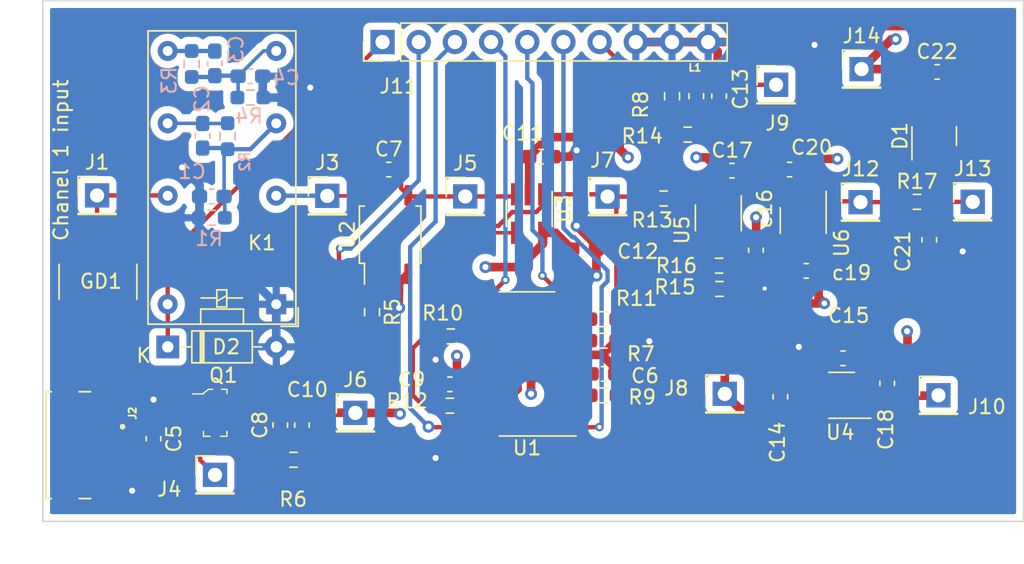
<source format=kicad_pcb>
(kicad_pcb (version 20211014) (generator pcbnew)
  (layers (0 "F.Cu" signal "F.Cu_analog") (1 "In1.Cu" power "In1.Cu_GND") (2 "In2.Cu" power "In2.Cu_Power") (31 "B.Cu" signal "B.Cu_digital") (34 "B.Paste" user) (35 "F.Paste" user) (36 "B.SilkS" user "B.Silkscreen") (37 "F.SilkS" user "F.Silkscreen") (38 "B.Mask" user) (39 "F.Mask" user) (44 "Edge.Cuts" user))
  (net 0 "")
  (net 1 "GND")
  (net 2 "Net-(C1-Pad2)")
  (net 3 "Net-(C2-Pad2)")
  (net 4 "Net-(C3-Pad1)")
  (net 5 "Net-(C3-Pad2)")
  (net 6 "Net-(C5-Pad1)")
  (net 7 "-5V")
  (net 8 "Net-(C7-Pad1)")
  (net 9 "Net-(C7-Pad2)")
  (net 10 "Net-(C8-Pad1)")
  (net 11 "+5V")
  (net 12 "Net-(C13-Pad1)")
  (net 13 "Net-(C21-Pad1)")
  (net 14 "+3.3V")
  (net 15 "Net-(GD1-Pad1)")
  (net 19 "Net-(J7-Pad1)")
  (net 20 "attenuate")
  (net 21 "acdc")
  (net 22 "amp1-1")
  (net 23 "amp1-2.5")
  (net 24 "amp1-5")
  (net 25 "amp1-10")
  (net 26 "pwm")
  (net 27 "Net-(J12-Pad1)")
  (net 28 "Net-(L1-Pad1)")
  (net 29 "Net-(R5-Pad1)")
  (net 30 "Net-(R7-Pad1)")
  (net 31 "Net-(R9-Pad1)")
  (net 32 "Net-(R10-Pad1)")
  (net 33 "Net-(R11-Pad1)")
  (net 34 "Net-(R12-Pad1)")
  (net 35 "Net-(R13-Pad2)")
  (net 36 "Net-(R15-Pad1)")
  (net 37 "Net-(R16-Pad2)")
  (net 39 "Net-(C15-Pad1)")
  (net 40 "Net-(C15-Pad2)")
  (footprint "Capacitor_SMD:C_0603_1608Metric_Pad1.08x0.95mm_HandSolder" (layer "F.Cu") (at 93.6255 78.74)
    (fp_text reference "C12")
    (fp_text value "100n")
  )
  (footprint "Package_SO:SOP-4_3.8x4.1mm_P2.54mm" (layer "F.Cu") (at 80.01 77.724 90)
    (fp_text reference "U2")
    (fp_text value "AQY284SX")
  )
  (footprint "Resistor_SMD:R_0603_1608Metric_Pad0.98x0.95mm_HandSolder" (layer "F.Cu") (at 94.976 85.165)
    (fp_text reference "R7")
    (fp_text value "1K")
  )
  (footprint "Capacitor_SMD:C_0603_1608Metric_Pad1.08x0.95mm_HandSolder" (layer "F.Cu") (at 73.817 91.086 -90)
    (fp_text reference "C10")
    (fp_text value "1m")
  )
  (footprint "Connector_PinHeader_2.54mm:PinHeader_1x01_P2.54mm_Vertical" (layer "F.Cu") (at 95.27 75.05)
    (fp_text reference "J7")
    (fp_text value "T_amp")
  )
  (footprint "Resistor_SMD:R_0603_1608Metric_Pad0.98x0.95mm_HandSolder" (layer "F.Cu") (at 99.2105 75.184)
    (fp_text reference "R13")
    (fp_text value "1K")
  )
  (footprint "Package_TO_SOT_SMD:SOT-23-6_Handsoldering" (layer "F.Cu") (at 109.004 76.73 -90)
    (fp_text reference "U6")
    (fp_text value "OPA863")
  )
  (footprint "Capacitor_SMD:C_0603_1608Metric_Pad1.08x0.95mm_HandSolder" (layer "F.Cu") (at 111.8 86.4 180)
    (fp_text reference "C15")
    (fp_text value "1u")
  )
  (footprint "Connector_PinHeader_2.54mm:PinHeader_1x01_P2.54mm_Vertical" (layer "F.Cu") (at 67.715 94.586)
    (fp_text reference "J4")
    (fp_text value "Conn_01x01")
  )
  (footprint "digikey-footprints:SH90_1" (layer "F.Cu") (at 59.5 81 -90)
    (fp_text reference "GD1")
    (fp_text value "GDT_SH90")
  )
  (footprint "Connector_PinHeader_2.54mm:PinHeader_1x01_P2.54mm_Vertical" (layer "F.Cu") (at 103.5 88.9)
    (fp_text reference "J8")
    (fp_text value "Conn_01x01")
  )
  (footprint "Capacitor_SMD:C_0603_1608Metric_Pad1.08x0.95mm_HandSolder" (layer "F.Cu") (at 105.6865 78.818 90)
    (fp_text reference "c16")
    (fp_text value "100n")
  )
  (footprint "Resistor_SMD:R_0603_1608Metric_Pad0.98x0.95mm_HandSolder" (layer "F.Cu") (at 116.9905 75.42)
    (fp_text reference "R17")
    (fp_text value "100")
  )
  (footprint "Capacitor_SMD:C_0603_1608Metric_Pad1.08x0.95mm_HandSolder" (layer "F.Cu") (at 79.9095 73.152)
    (fp_text reference "C7")
    (fp_text value "47n")
  )
  (footprint "Resistor_SMD:R_0603_1608Metric_Pad0.98x0.95mm_HandSolder" (layer "F.Cu") (at 103.1 79.9)
    (fp_text reference "R16")
    (fp_text value "1K")
  )
  (footprint "Package_TO_SOT_SMD:SOT-23-6_Handsoldering" (layer "F.Cu") (at 111.7 89 180)
    (fp_text reference "U4")
    (fp_text value "LTC1983ES6-5#TRPBF")
  )
  (footprint "Capacitor_SMD:C_0603_1608Metric_Pad1.08x0.95mm_HandSolder" (layer "F.Cu") (at 90.6 72.25 180)
    (fp_text reference "C11")
    (fp_text value "100nF")
  )
  (footprint "Package_TO_SOT_SMD:SOT-23" (layer "F.Cu") (at 118.2 70.8 90)
    (fp_text reference "D1")
    (fp_text value "BAV199DW")
  )
  (footprint "Relay_THT:Relay_DPDT_Omron_G5V-2" (layer "F.Cu") (at 72.0125 82.6075 180)
    (fp_text reference "K1")
    (fp_text value "G5V-2")
  )
  (footprint "Diode_THT:D_DO-35_SOD27_P7.62mm_Horizontal" (layer "F.Cu") (at 64.4 85.6)
    (fp_text reference "D2")
    (fp_text value "1N4148")
  )
  (footprint "Capacitor_SMD:C_0603_1608Metric_Pad1.08x0.95mm_HandSolder" (layer "F.Cu") (at 118.4 66.3)
    (fp_text reference "C22")
    (fp_text value "100n")
  )
  (footprint "Capacitor_SMD:C_0603_1608Metric_Pad1.08x0.95mm_HandSolder" (layer "F.Cu") (at 107.4 89.1 90)
    (fp_text reference "C14")
    (fp_text value "10u")
  )
  (footprint "Capacitor_SMD:C_0603_1608Metric_Pad1.08x0.95mm_HandSolder" (layer "F.Cu") (at 117.856 78.0785 -90)
    (fp_text reference "C21")
    (fp_text value "160p")
  )
  (footprint "Capacitor_SMD:C_0603_1608Metric_Pad1.08x0.95mm_HandSolder" (layer "F.Cu") (at 114.9 88.1625 90)
    (fp_text reference "C18")
    (fp_text value "10u")
  )
  (footprint "Capacitor_SMD:C_0603_1608Metric_Pad1.08x0.95mm_HandSolder" (layer "F.Cu") (at 63.397 92.046 -90)
    (fp_text reference "C5")
    (fp_text value "10u")
  )
  (footprint "Capacitor_SMD:C_0603_1608Metric_Pad1.08x0.95mm_HandSolder" (layer "F.Cu") (at 103.1 68 90)
    (fp_text reference "C13")
    (fp_text value "1u")
  )
  (footprint "Resistor_SMD:R_0603_1608Metric_Pad0.98x0.95mm_HandSolder" (layer "F.Cu") (at 73.227 93.526)
    (fp_text reference "R6")
    (fp_text value "27k")
  )
  (footprint "Connector_PinHeader_2.54mm:PinHeader_1x01_P2.54mm_Vertical" (layer "F.Cu") (at 113.03 75.438)
    (fp_text reference "J12")
    (fp_text value "T_buf")
  )
  (footprint "Resistor_SMD:R_0603_1608Metric_Pad0.98x0.95mm_HandSolder" (layer "F.Cu") (at 99.8 68 90)
    (fp_text reference "R8")
    (fp_text value "6.2")
  )
  (footprint "Package_TO_SOT_SMD:SOT-23-5_HandSoldering" (layer "F.Cu") (at 103.0465 76.544 -90)
    (fp_text reference "U5")
    (fp_text value "LMP7731")
  )
  (footprint "Inductor_SMD:L_0603_1608Metric_Pad1.05x0.95mm_HandSolder" (layer "F.Cu") (at 101.5 68 -90)
    (fp_text reference "L1")
    (fp_text value "10u")
  )
  (footprint "Resistor_SMD:R_0603_1608Metric_Pad0.98x0.95mm_HandSolder" (layer "F.Cu") (at 103.124 81.534)
    (fp_text reference "R15")
    (fp_text value "2k")
  )
  (footprint "Resistor_SMD:R_0603_1608Metric_Pad0.98x0.95mm_HandSolder" (layer "F.Cu") (at 84.2 89.729 180)
    (fp_text reference "R12")
    (fp_text value "9.1K")
  )
  (footprint "digikey-footprints:SOT-23-3" (layer "F.Cu") (at 67.727 90.226)
    (fp_text reference "Q1")
    (fp_text value "IRLML6402TRPBF")
  )
  (footprint "Resistor_SMD:R_0603_1608Metric_Pad0.98x0.95mm_HandSolder" (layer "F.Cu") (at 100.9 70.7 180)
    (fp_text reference "R14")
    (fp_text value "2K")
  )
  (footprint "Resistor_SMD:R_0603_1608Metric_Pad0.98x0.95mm_HandSolder" (layer "F.Cu") (at 78.74 83.1615 -90)
    (fp_text reference "R5")
    (fp_text value "240")
  )
  (footprint "Connector_PinHeader_2.54mm:PinHeader_1x01_P2.54mm_Vertical" (layer "F.Cu") (at 75.6 75)
    (fp_text reference "J3")
    (fp_text value "T_att")
  )
  (footprint "2174507-2:J_SMD_2174507-2-5_7.8_5_2.71" (layer "F.Cu") (at 57.3 92.5 -90)
    (fp_text reference "J2")
    (fp_text value "2174507-2")
  )
  (footprint "Capacitor_SMD:C_0603_1608Metric_Pad1.08x0.95mm_HandSolder" (layer "F.Cu") (at 109.22 80.264)
    (fp_text reference "c19")
    (fp_text value "100n")
  )
  (footprint "Resistor_SMD:R_0603_1608Metric_Pad0.98x0.95mm_HandSolder" (layer "F.Cu") (at 84.266 84.865 180)
    (fp_text reference "R10")
    (fp_text value "3.9K")
  )
  (footprint "Capacitor_SMD:C_0603_1608Metric_Pad1.08x0.95mm_HandSolder" (layer "F.Cu") (at 72.297 91.086 90)
    (fp_text reference "C8")
    (fp_text value "1.5u")
  )
  (footprint "Package_TO_SOT_SMD:SOT-23-5_HandSoldering" (layer "F.Cu") (at 89.77 76.24 -90)
    (fp_text reference "U3")
    (fp_text value "LMP7731")
  )
  (footprint "Connector_PinHeader_2.54mm:PinHeader_1x01_P2.54mm_Vertical" (layer "F.Cu") (at 85.28 75.04)
    (fp_text reference "J5")
    (fp_text value "T_acdc")
  )
  (footprint "Connector_PinHeader_2.54mm:PinHeader_1x01_P2.54mm_Vertical" (layer "F.Cu") (at 59.436 74.97)
    (fp_text reference "J1")
    (fp_text value "Chanel 1 input")
  )
  (footprint "Capacitor_SMD:C_0603_1608Metric_Pad1.08x0.95mm_HandSolder" (layer "F.Cu") (at 108.0505 73.152 180)
    (fp_text reference "C20")
    (fp_text value "100n")
  )
  (footprint "Connector_PinHeader_2.54mm:PinHeader_1x10_P2.54mm_Vertical" (layer "F.Cu") (at 79.475 64.2 90)
    (fp_text reference "J11")
    (fp_text value "GPIO")
  )
  (footprint "Connector_PinHeader_2.54mm:PinHeader_1x01_P2.54mm_Vertical" (layer "F.Cu") (at 118.5 89)
    (fp_text reference "J10")
    (fp_text value "T_N5V")
  )
  (footprint "Resistor_SMD:R_0603_1608Metric_Pad0.98x0.95mm_HandSolder" (layer "F.Cu") (at 94.976 83.655)
    (fp_text reference "R11")
    (fp_text value "1.5K")
  )
  (footprint "Capacitor_SMD:C_0603_1608Metric_Pad1.08x0.95mm_HandSolder" (layer "F.Cu") (at 94.986 87.495)
    (fp_text reference "C6")
    (fp_text value "100n")
  )
  (footprint "Connector_PinHeader_2.54mm:PinHeader_1x01_P2.54mm_Vertical" (layer "F.Cu") (at 113.1 66.1)
    (fp_text reference "J14")
    (fp_text value "+3.3 V")
  )
  (footprint "Connector_PinHeader_2.54mm:PinHeader_1x01_P2.54mm_Vertical" (layer "F.Cu") (at 107.1 67.2)
    (fp_text reference "J9")
    (fp_text value "T_pwm")
  )
  (footprint "Connector_PinHeader_2.54mm:PinHeader_1x01_P2.54mm_Vertical" (layer "F.Cu") (at 77.567 90.236)
    (fp_text reference "J6")
    (fp_text value "T_P5V")
  )
  (footprint "Package_SO:SOIC-16_3.9x9.9mm_P1.27mm" (layer "F.Cu") (at 89.616 86.795 180)
    (fp_text reference "U1")
    (fp_text value "DG412xY")
  )
  (footprint "Connector_PinHeader_2.54mm:PinHeader_1x01_P2.54mm_Vertical" (layer "F.Cu") (at 120.904 75.42)
    (fp_text reference "J13")
    (fp_text value "ADC")
  )
  (footprint "Capacitor_SMD:C_0603_1608Metric_Pad1.08x0.95mm_HandSolder" (layer "F.Cu") (at 104.009 73.23)
    (fp_text reference "C17")
    (fp_text value "100n")
  )
  (footprint "Resistor_SMD:R_0603_1608Metric_Pad0.98x0.95mm_HandSolder" (layer "F.Cu") (at 94.996 89.005)
    (fp_text reference "R9")
    (fp_text value "6.2")
  )
  (footprint "Capacitor_SMD:C_0603_1608Metric_Pad1.08x0.95mm_HandSolder" (layer "F.Cu") (at 84.2 88.229 180)
    (fp_text reference "C9")
    (fp_text value "100n")
  )
  (footprint "Capacitor_SMD:C_0603_1608Metric_Pad1.08x0.95mm_HandSolder" (layer "B.Cu") (at 67.7 65.7 -90)
    (fp_text reference "C3")
    (fp_text value "68p")
  )
  (footprint "Capacitor_SMD:C_0603_1608Metric_Pad1.08x0.95mm_HandSolder" (layer "B.Cu") (at 70.2 66.6)
    (fp_text reference "C4")
    (fp_text value "820p")
  )
  (footprint "Resistor_SMD:R_0603_1608Metric_Pad0.98x0.95mm_HandSolder" (layer "B.Cu") (at 70.2 68.1 180)
    (fp_text reference "R4")
    (fp_text value "68K")
  )
  (footprint "Resistor_SMD:R_0603_1608Metric_Pad0.98x0.95mm_HandSolder" (layer "B.Cu") (at 68.6 70.8125 90)
    (fp_text reference "R2")
    (fp_text value "200k")
  )
  (footprint "Capacitor_SMD:C_0603_1608Metric_Pad1.08x0.95mm_HandSolder" (layer "B.Cu") (at 66.85 70.78 90)
    (fp_text reference "C2")
    (fp_text value "820p")
  )
  (footprint "Resistor_SMD:R_0603_1608Metric_Pad0.98x0.95mm_HandSolder" (layer "B.Cu") (at 66.075 65.7425 90)
    (fp_text reference "R3")
    (fp_text value "820K")
  )
  (footprint "Capacitor_SMD:C_0603_1608Metric_Pad1.08x0.95mm_HandSolder" (layer "B.Cu") (at 67.49 75.04)
    (fp_text reference "C1")
    (fp_text value "200p")
  )
  (footprint "Resistor_SMD:R_0603_1608Metric_Pad0.98x0.95mm_HandSolder" (layer "B.Cu") (at 67.49 76.54)
    (fp_text reference "R1")
    (fp_text value "820K")
  )
  (gr_rect (start 55.626 61.3) (end 124.46 97.852) (layer "Edge.Cuts") (width 0.1) (fill none))
  (segment (start 119.2625 66.3) (end 119.2625 71.625) (width 0.6096) (layer "F.Cu") (net 1))
  (segment (start 117.4762 63.0762) (end 111.1238 63.0762) (width 0.6096) (layer "F.Cu") (net 1))
  (segment (start 94.488 78.74) (end 94.488 78.488) (width 0.6096) (layer "F.Cu") (net 1))
  (segment (start 66.677 89.276) (end 63.624 89.276) (width 0.6096) (layer "F.Cu") (net 1))
  (segment (start 97.255 64.2) (end 99.795 64.2) (width 0.6096) (layer "F.Cu") (net 1))
  (segment (start 63.556 89.256) (end 63.6 89.3) (width 0.6096) (layer "F.Cu") (net 1))
  (segment (start 106.466 81.534) (end 106.5 81.5) (width 0.6096) (layer "F.Cu") (net 1))
  (segment (start 59.75 95.7) (end 59.75 94.0798) (width 0.6096) (layer "F.Cu") (net 1))
  (segment (start 114.9 85.2) (end 114.1 84.4) (width 0.6096) (layer "F.Cu") (net 1))
  (segment (start 108.4229 88.2375) (end 108.7 88.5146) (width 0.6096) (layer "F.Cu") (net 1))
  (segment (start 105.6865 80.6865) (end 106.5 81.5) (width 0.6096) (layer "F.Cu") (net 1))
  (segment (start 83.074 93.526) (end 83.2 93.4) (width 0.6096) (layer "F.Cu") (net 1))
  (segment (start 107.4 88.2375) (end 108.4229 88.2375) (width 0.6096) (layer "F.Cu") (net 1))
  (segment (start 59.525 95.925) (end 59.75 95.7) (width 0.6096) (layer "F.Cu") (net 1))
  (segment (start 81.28 80.474) (end 80.6427 81.1113) (width 0.6096) (layer "F.Cu") (net 1))
  (segment (start 59.75 89.3) (end 57.525 89.3) (width 0.6096) (layer "F.Cu") (net 1))
  (segment (start 120.159 78.941) (end 120.2 78.9) (width 0.6096) (layer "F.Cu") (net 1))
  (segment (start 106.3 81.5) (end 106.466 81.534) (width 0.6096) (layer "F.Cu") (net 1))
  (segment (start 114.9 87.3) (end 114.9 85.2) (width 0.6096) (layer "F.Cu") (net 1))
  (segment (start 57.3 95.925) (end 59.525 95.925) (width 0.6096) (layer "F.Cu") (net 1))
  (segment (start 109.6 64.2) (end 109.8 64.4) (width 0.6096) (layer "F.Cu") (net 1))
  (segment (start 107.188 73.152) (end 107.188 71.612) (width 0.6096) (layer "F.Cu") (net 1))
  (segment (start 114.1 84.4) (end 109.9 84.4) (width 0.6096) (layer "F.Cu") (net 1))
  (segment (start 63.624 89.276) (end 63.6 89.3) (width 0.6096) (layer "F.Cu") (net 1))
  (segment (start 106.5 81.5) (end 107.1215 81.5) (width 0.6096) (layer "F.Cu") (net 1))
  (segment (start 109.1854 89) (end 108.7 88.5146) (width 0.6096) (layer "F.Cu") (net 1))
  (segment (start 104.0365 81.534) (end 106.3 81.5) (width 0.6096) (layer "F.Cu") (net 1))
  (segment (start 103 64.865) (end 102.335 64.2) (width 0.6096) (layer "F.Cu") (net 1))
  (segment (start 59.75 95.7) (end 61.9 95.7) (width 0.6096) (layer "F.Cu") (net 1))
  (segment (start 104.8715 73.23) (end 107.11 73.23) (width 0.6096) (layer "F.Cu") (net 1))
  (segment (start 83.3375 88.229) (end 83.3375 86.6375) (width 0.6096) (layer "F.Cu") (net 1))
  (segment (start 80.6 82.9) (end 80.6427 82.8573) (width 0.6096) (layer "F.Cu") (net 1))
  (segment (start 103 64.865) (end 103 67.0375) (width 0.6096) (layer "F.Cu") (net 1))
  (segment (start 63.397 94.203) (end 61.9 95.7) (width 0.6096) (layer "F.Cu") (net 1))
  (segment (start 119.2625 64.8625) (end 117.4762 63.0762) (width 0.6096) (layer "F.Cu") (net 1))
  (segment (start 63.397 92.9085) (end 63.397 94.203) (width 0.6096) (layer "F.Cu") (net 1))
  (segment (start 98.065 85.165) (end 98.2 85.2) (width 0.6096) (layer "F.Cu") (net 1))
  (segment (start 73.817 93.2035) (end 74.1395 93.526) (width 0.6096) (layer "F.Cu") (net 1))
  (segment (start 57.525 89.3) (end 57.3 89.075) (width 0.6096) (layer "F.Cu") (net 1))
  (segment (start 110.35 89) (end 109.1854 89) (width 0.6096) (layer "F.Cu") (net 1))
  (segment (start 95.8885 85.165) (end 98.065 85.165) (width 0.6096) (layer "F.Cu") (net 1))
  (segment (start 103 67.0375) (end 103.1 67.1375) (width 0.6096) (layer "F.Cu") (net 1))
  (segment (start 73.817 91.9485) (end 73.817 93.2035) (width 0.6096) (layer "F.Cu") (net 1))
  (segment (start 111.1238 63.0762) (end 109.8 64.4) (width 0.6096) (layer "F.Cu") (net 1))
  (segment (start 92.65 72.25) (end 93.1 71.8) (width 0.6096) (layer "F.Cu") (net 1))
  (segment (start 57.3 89.075) (end 57.3 91.3) (width 0.6096) (layer "F.Cu") (net 1))
  (segment (start 109.8 69) (end 109.8 64.4) (width 0.6096) (layer "F.Cu") (net 1))
  (segment (start 59.5 83.1) (end 59.5 89.05) (width 0.6096) (layer "F.Cu") (net 1))
  (segment (start 99.795 64.2) (end 102.335 64.2) (width 0.6096) (layer "F.Cu") (net 1))
  (segment (start 95.8485 87.115) (end 94.8935 86.16) (width 0.6096) (layer "F.Cu") (net 1))
  (segment (start 117.856 78.941) (end 120.159 78.941) (width 0.6096) (layer "F.Cu") (net 1))
  (segment (start 59.5 89.05) (end 59.75 89.3) (width 0.6096) (layer "F.Cu") (net 1))
  (segment (start 109.9 84.4) (end 108.7 85.6) (width 0.6096) (layer "F.Cu") (net 1))
  (segment (start 74.1395 93.526) (end 83.074 93.526) (width 0.6096) (layer "F.Cu") (net 1))
  (segment (start 102.335 64.2) (end 109.6 64.2) (width 0.6096) (layer "F.Cu") (net 1))
  (segment (start 107.188 71.612) (end 107.2 71.6) (width 0.6096) (layer "F.Cu") (net 1))
  (segment (start 98.2 85.2) (end 98.1 85.2) (width 0.6096) (layer "F.Cu") (net 1))
  (segment (start 107.1215 81.5) (end 108.3575 80.264) (width 0.6096) (layer "F.Cu") (net 1))
  (segment (start 119.2625 66.3) (end 119.2625 64.8625) (width 0.6096) (layer "F.Cu") (net 1))
  (segment (start 94.488 78.74) (end 94.488 80.588) (width 0.6096) (layer "F.Cu") (net 1))
  (segment (start 94.8935 86.16) (end 95.8885 85.165) (width 0.6096) (layer "F.Cu") (net 1))
  (segment (start 108.7 88.5146) (end 108.7 85.6) (width 0.6096) (layer "F.Cu") (net 1))
  (segment (start 91.4625 72.25) (end 92.65 72.25) (width 0.6096) (layer "F.Cu") (net 1))
  (segment (start 94.488 80.588) (end 94.5 80.6) (width 0.6096) (layer "F.Cu") (net 1))
  (segment (start 63.4 89.3) (end 63.556 89.256) (width 0.6096) (layer "F.Cu") (net 1))
  (segment (start 105.6865 79.6805) (end 105.6865 80.6865) (width 0.6096) (layer "F.Cu") (net 1))
  (segment (start 57.3 91.3) (end 57.3 93.7) (width 0.6096) (layer "F.Cu") (net 1))
  (segment (start 80.6427 81.1113) (end 80.6 82.9) (width 0.6096) (layer "F.Cu") (net 1))
  (segment (start 92.091 86.16) (end 94.8935 86.16) (width 0.6096) (layer "F.Cu") (net 1))
  (segment (start 107.2 71.6) (end 109.8 69) (width 0.6096) (layer "F.Cu") (net 1))
  (segment (start 83.3375 86.6375) (end 83.2 86.5) (width 0.6096) (layer "F.Cu") (net 1))
  (segment (start 94.488 78.488) (end 93.1 77.1) (width 0.6096) (layer "F.Cu") (net 1))
  (segment (start 57.3 93.7) (end 57.3 95.925) (width 0.6096) (layer "F.Cu") (net 1))
  (segment (start 119.2625 71.625) (end 119.15 71.7375) (width 0.6096) (layer "F.Cu") (net 1))
  (segment (start 95.8485 87.495) (end 95.8485 87.115) (width 0.6096) (layer "F.Cu") (net 1))
  (segment (start 107.11 73.23) (end 107.188 73.152) (width 0.6096) (layer "F.Cu") (net 1))
  (via (at 80.6427 82.8573) (size 0.838) (drill 0.432) (layers "F.Cu" "B.Cu") (net 1))
  (via (at 98.2 85.2) (size 0.838) (drill 0.432) (layers "F.Cu" "B.Cu") (net 1))
  (via (at 61.9 95.7) (size 0.838) (drill 0.432) (layers "F.Cu" "B.Cu") (net 1))
  (via (at 74.4 67.4) (size 0.838) (drill 0.432) (layers "F.Cu" "B.Cu") (net 1))
  (via (at 83.2 93.4) (size 0.838) (drill 0.432) (layers "F.Cu" "B.Cu") (net 1))
  (via (at 93.1 71.8) (size 0.838) (drill 0.432) (layers "F.Cu" "B.Cu") (net 1))
  (via (at 83.2 86.5) (size 0.838) (drill 0.432) (layers "F.Cu" "B.Cu") (net 1))
  (via (at 94.5 80.6) (size 0.838) (drill 0.432) (layers "F.Cu" "B.Cu") (net 1))
  (via (at 65.4 73) (size 0.838) (drill 0.432) (layers "F.Cu" "B.Cu") (net 1))
  (via (at 93.1 77.1) (size 0.838) (drill 0.432) (layers "F.Cu" "B.Cu") (net 1))
  (via (at 108.7 85.6) (size 0.838) (drill 0.432) (layers "F.Cu" "B.Cu") (net 1))
  (via (at 120.2 78.9) (size 0.838) (drill 0.432) (layers "F.Cu" "B.Cu") (net 1))
  (via (at 63.4 89.3) (size 0.838) (drill 0.432) (layers "F.Cu" "B.Cu") (net 1))
  (via (at 106.3 81.5) (size 0.6) (drill 0.3) (layers "F.Cu" "B.Cu") (net 1))
  (via (at 109.8 64.4) (size 0.838) (drill 0.432) (layers "F.Cu" "B.Cu") (net 1))
  (segment (start 66.6275 75.04) (end 66.6275 76.49) (width 0.6096) (layer "B.Cu") (net 1))
  (segment (start 66.5775 76.54) (end 66.5775 77.1725) (width 0.6096) (layer "B.Cu") (net 1))
  (segment (start 74.4 67.4) (end 74.1 67.4) (width 0.6096) (layer "B.Cu") (net 1))
  (segment (start 71.0625 68.05) (end 71.1125 68.1) (width 0.6096) (layer "B.Cu") (net 1))
  (segment (start 72.0125 82.6075) (end 72.0125 85.5925) (width 0.6096) (layer "B.Cu") (net 1))
  (segment (start 66.6275 74.2275) (end 65.4 73) (width 0.6096) (layer "B.Cu") (net 1))
  (segment (start 66.5775 77.1725) (end 72.0125 82.6075) (width 0.6096) (layer "B.Cu") (net 1))
  (segment (start 74.1 67.4) (end 73.4 68.1) (width 0.6096) (layer "B.Cu") (net 1))
  (segment (start 71.0625 66.6) (end 71.0625 68.05) (width 0.6096) (layer "B.Cu") (net 1))
  (segment (start 72.0125 85.5925) (end 72.02 85.6) (width 0.6096) (layer "B.Cu") (net 1))
  (segment (start 71.1125 68.1) (end 73.4 68.1) (width 0.6096) (layer "B.Cu") (net 1))
  (segment (start 66.6275 75.04) (end 66.6275 74.2275) (width 0.6096) (layer "B.Cu") (net 1))
  (segment (start 66.6275 76.49) (end 66.5775 76.54) (width 0.6096) (layer "B.Cu") (net 1))
  (segment (start 70.195 71.725) (end 72.0125 69.9075) (width 0.305) (layer "B.Cu") (net 2))
  (segment (start 68.3525 71.9725) (end 68.6 71.725) (width 0.25) (layer "B.Cu") (net 2))
  (segment (start 68.5175 71.6425) (end 68.6 71.725) (width 0.305) (layer "B.Cu") (net 2))
  (segment (start 68.3525 75.04) (end 68.3525 71.9725) (width 0.25) (layer "B.Cu") (net 2))
  (segment (start 66.85 71.6425) (end 68.5175 71.6425) (width 0.305) (layer "B.Cu") (net 2))
  (segment (start 68.4025 76.54) (end 68.4025 75.09) (width 0.25) (layer "B.Cu") (net 2))
  (segment (start 68.6 71.725) (end 70.195 71.725) (width 0.305) (layer "B.Cu") (net 2))
  (segment (start 64.3925 69.9075) (end 66.84 69.9075) (width 0.25) (layer "B.Cu") (net 3))
  (segment (start 66.84 69.9075) (end 66.85 69.9175) (width 0.25) (layer "B.Cu") (net 3))
  (segment (start 68.5825 69.9175) (end 68.6 69.9) (width 0.25) (layer "B.Cu") (net 3))
  (segment (start 66.85 69.9175) (end 68.5825 69.9175) (width 0.25) (layer "B.Cu") (net 3))
  (segment (start 67.6925 64.83) (end 67.7 64.8375) (width 0.305) (layer "B.Cu") (net 4))
  (segment (start 66.075 64.83) (end 67.6925 64.83) (width 0.305) (layer "B.Cu") (net 4))
  (segment (start 66.0725 64.8275) (end 66.075 64.83) (width 0.305) (layer "B.Cu") (net 4))
  (segment (start 64.3925 64.8275) (end 66.0725 64.8275) (width 0.305) (layer "B.Cu") (net 4))
  (segment (start 67.6075 66.655) (end 67.7 66.5625) (width 0.305) (layer "B.Cu") (net 5))
  (segment (start 66.075 66.655) (end 67.6075 66.655) (width 0.305) (layer "B.Cu") (net 5))
  (segment (start 67.7 66.5625) (end 69.3 66.5625) (width 0.305) (layer "B.Cu") (net 5))
  (segment (start 69.3375 66.6) (end 69.3375 68.05) (width 0.25) (layer "B.Cu") (net 5))
  (segment (start 71.11 64.8275) (end 72.0125 64.8275) (width 0.25) (layer "B.Cu") (net 5))
  (segment (start 69.3375 66.6) (end 71.11 64.8275) (width 0.25) (layer "B.Cu") (net 5))
  (segment (start 69.3375 68.05) (end 69.2875 68.1) (width 0.25) (layer "B.Cu") (net 5))
  (segment (start 66.677 93.548) (end 67.715 94.586) (width 0.305) (layer "F.Cu") (net 6))
  (segment (start 59.737 91.156) (end 63.3695 91.156) (width 0.305) (layer "F.Cu") (net 6))
  (segment (start 63.397 91.1835) (end 63.4045 91.176) (width 0.305) (layer "F.Cu") (net 6))
  (segment (start 63.4045 91.176) (end 66.677 91.176) (width 0.305) (layer "F.Cu") (net 6))
  (segment (start 63.3695 91.156) (end 63.397 91.1835) (width 0.305) (layer "F.Cu") (net 6))
  (segment (start 66.677 91.176) (end 66.677 93.548) (width 0.305) (layer "F.Cu") (net 6))
  (segment (start 118.475 89.025) (end 118.5 89) (width 0.6096) (layer "F.Cu") (net 7))
  (segment (start 108.913 73.152) (end 109.665 72.4) (width 0.6096) (layer "F.Cu") (net 7))
  (segment (start 89.77 72.2825) (end 89.7375 72.25) (width 0.6096) (layer "F.Cu") (net 7))
  (segment (start 96.7 72.3) (end 96.1238 71.7238) (width 0.6096) (layer "F.Cu") (net 7))
  (segment (start 94.0585 87.43) (end 94.1235 87.495) (width 0.6096) (layer "F.Cu") (net 7))
  (segment (start 116.325 89.025) (end 118.475 89.025) (width 0.6096) (layer "F.Cu") (net 7))
  (segment (start 114.9 89.025) (end 116.325 89.025) (width 0.6096) (layer "F.Cu") (net 7))
  (segment (start 116.325 89.025) (end 116.325 84.525) (width 0.6096) (layer "F.Cu") (net 7))
  (segment (start 103.1465 73.23) (end 102.2165 72.3) (width 0.6096) (layer "F.Cu") (net 7))
  (segment (start 116.325 84.525) (end 116.3 84.5) (width 0.6096) (layer "F.Cu") (net 7))
  (segment (start 92.091 87.43) (end 94.0585 87.43) (width 0.6096) (layer "F.Cu") (net 7))
  (segment (start 113.05 89) (end 114.875 89) (width 0.6096) (layer "F.Cu") (net 7))
  (segment (start 109.665 72.4) (end 111.4 72.4) (width 0.6096) (layer "F.Cu") (net 7))
  (segment (start 91.1113 70.8762) (end 96.1238 70.8762) (width 0.6096) (layer "F.Cu") (net 7))
  (segment (start 109.004 75.38) (end 109.004 73.243) (width 0.6096) (layer "F.Cu") (net 7))
  (segment (start 103.0465 73.33) (end 103.1465 73.23) (width 0.6096) (layer "F.Cu") (net 7))
  (segment (start 96.1238 71.7238) (end 96.1238 70.8762) (width 0.6096) (layer "F.Cu") (net 7))
  (segment (start 103.0465 75.194) (end 103.0465 73.33) (width 0.6096) (layer "F.Cu") (net 7))
  (segment (start 102.2165 72.3) (end 101.5 72.3) (width 0.6096) (layer "F.Cu") (net 7))
  (segment (start 114.875 89) (end 114.9 89.025) (width 0.6096) (layer "F.Cu") (net 7))
  (segment (start 90.47 87.43) (end 89.9 88) (width 0.6096) (layer "F.Cu") (net 7))
  (segment (start 92.091 87.43) (end 90.47 87.43) (width 0.6096) (layer "F.Cu") (net 7))
  (segment (start 109.004 73.243) (end 108.913 73.152) (width 0.6096) (layer "F.Cu") (net 7))
  (segment (start 89.9 88) (end 89.9 88.9) (width 0.6096) (layer "F.Cu") (net 7))
  (segment (start 89.77 74.89) (end 89.77 72.2825) (width 0.6096) (layer "F.Cu") (net 7))
  (segment (start 89.7375 72.25) (end 91.1113 70.8762) (width 0.6096) (layer "F.Cu") (net 7))
  (via (at 116.3 84.5) (size 0.838) (drill 0.432) (layers "F.Cu" "B.Cu") (net 7))
  (via (at 101.5 72.3) (size 0.838) (drill 0.432) (layers "F.Cu" "B.Cu") (net 7))
  (via (at 89.9 88.9) (size 0.838) (drill 0.432) (layers "F.Cu" "B.Cu") (net 7))
  (via (at 111.4 72.4) (size 0.838) (drill 0.432) (layers "F.Cu" "B.Cu") (net 7))
  (via (at 96.7 72.3) (size 0.838) (drill 0.432) (layers "F.Cu" "B.Cu") (net 7))
  (segment (start 78.714 75) (end 75.6 75) (width 0.25) (layer "F.Cu") (net 8))
  (segment (start 78.74 73.459) (end 79.047 73.152) (width 0.25) (layer "F.Cu") (net 8))
  (segment (start 78.74 74.974) (end 78.714 75) (width 0.25) (layer "F.Cu") (net 8))
  (segment (start 78.74 74.974) (end 78.74 73.459) (width 0.25) (layer "F.Cu") (net 8))
  (segment (start 75.5875 74.9875) (end 75.6 75) (width 0.305) (layer "B.Cu") (net 8))
  (segment (start 72.0125 74.9875) (end 75.5875 74.9875) (width 0.305) (layer "B.Cu") (net 8))
  (segment (start 80.772 73.152) (end 80.772 74.466) (width 0.305) (layer "F.Cu") (net 9))
  (segment (start 81.346 75.04) (end 85.28 75.04) (width 0.305) (layer "F.Cu") (net 9))
  (segment (start 85.28 75.04) (end 88.67 75.04) (width 0.305) (layer "F.Cu") (net 9))
  (segment (start 88.67 75.04) (end 88.82 74.89) (width 0.305) (layer "F.Cu") (net 9))
  (segment (start 80.772 74.466) (end 81.28 74.974) (width 0.305) (layer "F.Cu") (net 9))
  (segment (start 72.297 91.9485) (end 72.297 93.5085) (width 0.305) (layer "F.Cu") (net 10))
  (segment (start 72.297 93.5085) (end 72.3145 93.526) (width 0.305) (layer "F.Cu") (net 10))
  (segment (start 105.7 77.942) (end 105.7 76.5) (width 0.6096) (layer "F.Cu") (net 11))
  (segment (start 72.2945 90.226) (end 72.297 90.2235) (width 0.6096) (layer "F.Cu") (net 11))
  (segment (start 105.625 77.894) (end 105.6865 77.9555) (width 0.6096) (layer "F.Cu") (net 11))
  (segment (start 90.72 78.38) (end 89.1 80) (width 0.6096) (layer "F.Cu") (net 11))
  (segment (start 107.45 82.55) (end 110.49 82.55) (width 0.6096) (layer "F.Cu") (net 11))
  (segment (start 77.567 90.236) (end 80.636 90.236) (width 0.6096) (layer "F.Cu") (net 11))
  (segment (start 84.7 86.229) (end 84.7 87.8665) (width 0.6096) (layer "F.Cu") (net 11))
  (segment (start 91.613 77.59) (end 92.763 78.74) (width 0.6096) (layer "F.Cu") (net 11))
  (segment (start 110.3375 89.9625) (end 110.35 89.95) (width 0.6096) (layer "F.Cu") (net 11))
  (segment (start 90.72 77.59) (end 90.72 78.38) (width 0.6096) (layer "F.Cu") (net 11))
  (segment (start 85.0625 88.229) (end 85.8615 87.43) (width 0.6096) (layer "F.Cu") (net 11))
  (segment (start 104.5625 89.9625) (end 103.5 88.9) (width 0.6096) (layer "F.Cu") (net 11))
  (segment (start 84.7 87.8665) (end 85.0625 88.229) (width 0.6096) (layer "F.Cu") (net 11))
  (segment (start 103.5 86.5) (end 107.45 82.55) (width 0.6096) (layer "F.Cu") (net 11))
  (segment (start 85.8615 87.43) (end 87.141 87.43) (width 0.6096) (layer "F.Cu") (net 11))
  (segment (start 107.4 89.9625) (end 110.3375 89.9625) (width 0.6096) (layer "F.Cu") (net 11))
  (segment (start 77.5545 90.2235) (end 77.567 90.236) (width 0.6096) (layer "F.Cu") (net 11))
  (segment (start 110.0825 80.264) (end 110.0825 82.1425) (width 0.6096) (layer "F.Cu") (net 11))
  (segment (start 73.817 90.2235) (end 77.5545 90.2235) (width 0.6096) (layer "F.Cu") (net 11))
  (segment (start 103.5 88.9) (end 103.5 86.5) (width 0.6096) (layer "F.Cu") (net 11))
  (segment (start 80.636 90.236) (end 80.7 90.3) (width 0.6096) (layer "F.Cu") (net 11))
  (segment (start 110.35 89.95) (end 113.05 89.95) (width 0.6096) (layer "F.Cu") (net 11))
  (segment (start 90.72 77.59) (end 91.613 77.59) (width 0.6096) (layer "F.Cu") (net 11))
  (segment (start 105.6865 77.9555) (end 105.7 77.942) (width 0.6096) (layer "F.Cu") (net 11))
  (segment (start 110.0825 82.1425) (end 110.49 82.55) (width 0.6096) (layer "F.Cu") (net 11))
  (segment (start 68.777 90.226) (end 72.2945 90.226) (width 0.6096) (layer "F.Cu") (net 11))
  (segment (start 103.9965 77.894) (end 105.625 77.894) (width 0.6096) (layer "F.Cu") (net 11))
  (segment (start 110.0825 80.264) (end 110.0825 78.2085) (width 0.6096) (layer "F.Cu") (net 11))
  (segment (start 89.1 80) (end 86.7 80) (width 0.6096) (layer "F.Cu") (net 11))
  (segment (start 109.004 78.08) (end 109.954 78.08) (width 0.6096) (layer "F.Cu") (net 11))
  (segment (start 72.297 90.2235) (end 73.817 90.2235) (width 0.6096) (layer "F.Cu") (net 11))
  (segment (start 110.0825 78.2085) (end 109.954 78.08) (width 0.6096) (layer "F.Cu") (net 11))
  (segment (start 107.4 89.9625) (end 104.5625 89.9625) (width 0.6096) (layer "F.Cu") (net 11))
  (via (at 105.7 76.5) (size 0.838) (drill 0.432) (layers "F.Cu" "B.Cu") (net 11))
  (via (at 110.49 82.55) (size 0.8) (drill 0.4) (layers "F.Cu" "B.Cu") (net 11))
  (via (at 86.7 80) (size 0.838) (drill 0.432) (layers "F.Cu" "B.Cu") (net 11))
  (via (at 80.7 90.3) (size 0.838) (drill 0.432) (layers "F.Cu" "B.Cu") (net 11))
  (via (at 84.7 86.229) (size 0.838) (drill 0.432) (layers "F.Cu" "B.Cu") (net 11))
  (segment (start 103.1 68.8625) (end 104.7625 67.2) (width 0.305) (layer "F.Cu") (net 12))
  (segment (start 101.5125 68.8625) (end 101.5 68.875) (width 0.305) (layer "F.Cu") (net 12))
  (segment (start 101.8125 70.7) (end 101.8125 69.1875) (width 0.305) (layer "F.Cu") (net 12))
  (segment (start 101.8125 69.1875) (end 101.5 68.875) (width 0.305) (layer "F.Cu") (net 12))
  (segment (start 103.1 68.8625) (end 101.5125 68.8625) (width 0.305) (layer "F.Cu") (net 12))
  (segment (start 104.7625 67.2) (end 107.1 67.2) (width 0.305) (layer "F.Cu") (net 12))
  (segment (start 117.903 75.42) (end 117.903 70.1595) (width 0.305) (layer "F.Cu") (net 13))
  (segment (start 117.903 70.1595) (end 118.2 69.8625) (width 0.305) (layer "F.Cu") (net 13))
  (segment (start 117.903 77.169) (end 117.856 77.216) (width 0.305) (layer "F.Cu") (net 13))
  (segment (start 117.903 75.42) (end 120.904 75.42) (width 0.305) (layer "F.Cu") (net 13))
  (segment (start 117.903 75.42) (end 117.903 77.169) (width 0.305) (layer "F.Cu") (net 13))
  (segment (start 113.1 66.1) (end 115.2 64) (width 0.6096) (layer "F.Cu") (net 14))
  (segment (start 117.5375 66.3) (end 115.7 68.1375) (width 0.6096) (layer "F.Cu") (net 14))
  (segment (start 115.7 68.1375) (end 115.7 70.4) (width 0.6096) (layer "F.Cu") (net 14))
  (segment (start 117.0375 71.7375) (end 117.2457 71.7375) (width 0.6096) (layer "F.Cu") (net 14))
  (segment (start 115.2 64) (end 115.5 64) (width 0.6096) (layer "F.Cu") (net 14))
  (segment (start 115.7 70.4) (end 117.0375 71.7375) (width 0.6096) (layer "F.Cu") (net 14))
  (segment (start 113.1 66.1) (end 117.3375 66.1) (width 0.6096) (layer "F.Cu") (net 14))
  (segment (start 117.3375 66.1) (end 117.5375 66.3) (width 0.6096) (layer "F.Cu") (net 14))
  (via (at 115.5 64) (size 0.838) (drill 0.432) (layers "F.Cu" "B.Cu") (net 14))
  (segment (start 64.375 74.97) (end 64.3925 74.9875) (width 0.305) (layer "F.Cu") (net 15))
  (segment (start 59.436 78.8958) (end 59.5 78.9598) (width 0.305) (layer "F.Cu") (net 15))
  (segment (start 59.436 74.97) (end 64.375 74.97) (width 0.305) (layer "F.Cu") (net 15))
  (segment (start 59.436 74.97) (end 59.436 78.8958) (width 0.305) (layer "F.Cu") (net 15))
  (segment (start 99.4 88) (end 98.395 89.005) (width 0.305) (layer "F.Cu") (net 19))
  (segment (start 82.435 84.865) (end 83.3535 84.865) (width 0.305) (layer "F.Cu") (net 19))
  (segment (start 90.265 76.135) (end 88.5775 76.135) (width 0.305) (layer "F.Cu") (net 19))
  (segment (start 87.6 77.1125) (end 84.6875 77.1125) (width 0.305) (layer "F.Cu") (net 19))
  (segment (start 90.72 74.89) (end 90.72 75.68) (width 0.305) (layer "F.Cu") (net 19))
  (segment (start 81.6 89) (end 81.6 85.7) (width 0.305) (layer "F.Cu") (net 19))
  (segment (start 83.3535 78.4465) (end 84.6875 77.1125) (width 0.305) (layer "F.Cu") (net 19))
  (segment (start 98.395 89.005) (end 95.9085 89.005) (width 0.305) (layer "F.Cu") (net 19))
  (segment (start 99.4 84.4) (end 99.4 88) (width 0.305) (layer "F.Cu") (net 19))
  (segment (start 82.329 89.729) (end 81.6 89) (width 0.305) (layer "F.Cu") (net 19))
  (segment (start 88.5775 76.135) (end 87.6 77.1125) (width 0.305) (layer "F.Cu") (net 19))
  (segment (start 98.4 83.4) (end 99.4 84.4) (width 0.305) (layer "F.Cu") (net 19))
  (segment (start 83.3535 84.865) (end 83.3535 78.4465) (width 0.305) (layer "F.Cu") (net 19))
  (segment (start 98.164 75.05) (end 98.298 75.184) (width 0.305) (layer "F.Cu") (net 19))
  (segment (start 95.27 75.05) (end 98.164 75.05) (width 0.305) (layer "F.Cu") (net 19))
  (segment (start 96.1435 83.4) (end 98.4 83.4) (width 0.305) (layer "F.Cu") (net 19))
  (segment (start 90.72 74.89) (end 95.11 74.89) (width 0.305) (layer "F.Cu") (net 19))
  (segment (start 95.27 75.05) (end 95.8885 75.6685) (width 0.305) (layer "F.Cu") (net 19))
  (segment (start 90.72 75.68) (end 90.265 76.135) (width 0.305) (layer "F.Cu") (net 19))
  (segment (start 95.11 74.89) (end 95.27 75.05) (width 0.305) (layer "F.Cu") (net 19))
  (segment (start 81.6 85.7) (end 82.435 84.865) (width 0.305) (layer "F.Cu") (net 19))
  (segment (start 83.2875 89.729) (end 82.329 89.729) (width 0.305) (layer "F.Cu") (net 19))
  (segment (start 95.8885 75.6685) (end 95.8885 83.655) (width 0.305) (layer "F.Cu") (net 19))
  (segment (start 95.8885 83.655) (end 96.1435 83.4) (width 0.305) (layer "F.Cu") (net 19))
  (segment (start 64.4 85.6) (end 64.4 82.615) (width 0.305) (layer "F.Cu") (net 20))
  (segment (start 64.3925 79.2825) (end 79.475 64.2) (width 0.305) (layer "F.Cu") (net 20))
  (segment (start 64.4 82.615) (end 64.3925 82.6075) (width 0.305) (layer "F.Cu") (net 20))
  (segment (start 64.3925 82.6075) (end 64.3925 79.2825) (width 0.305) (layer "F.Cu") (net 20))
  (segment (start 76.5 81.834) (end 76.4 78.8) (width 0.305) (layer "F.Cu") (net 21))
  (segment (start 78.74 84.074) (end 76.5 81.834) (width 0.305) (layer "F.Cu") (net 21))
  (segment (start 76.4 78.8) (end 76.5 78.7) (width 0.305) (layer "F.Cu") (net 21))
  (via (at 76.5 78.7) (size 0.6) (drill 0.3) (layers "F.Cu" "B.Cu") (net 21))
  (segment (start 77.23 78.7) (end 82.015 73.915) (width 0.305) (layer "B.Cu") (net 21))
  (segment (start 76.5 78.7) (end 77.23 78.7) (width 0.305) (layer "B.Cu") (net 21))
  (segment (start 82.015 64.2) (end 82.015 73.915) (width 0.305) (layer "B.Cu") (net 21))
  (segment (start 94.689 91.24) (end 94.7 91.229) (width 0.305) (layer "F.Cu") (net 22))
  (segment (start 92.091 91.24) (end 94.689 91.24) (width 0.305) (layer "F.Cu") (net 22))
  (via (at 94.7 91.229) (size 0.6) (drill 0.3) (layers "F.Cu" "B.Cu") (net 22))
  (segment (start 94.7 91.229) (end 94.8525 91.0765) (width 0.305) (layer "B.Cu") (net 22))
  (segment (start 92.801845 77.892911) (end 92.175 77.266066) (width 0.305) (layer "B.Cu") (net 22))
  (segment (start 94.8525 81.404434) (end 95.2715 80.985434) (width 0.305) (layer "B.Cu") (net 22))
  (segment (start 94.8525 91.0765) (end 94.8525 81.404434) (width 0.305) (layer "B.Cu") (net 22))
  (segment (start 92.915686 77.892911) (end 92.801845 77.892911) (width 0.305) (layer "B.Cu") (net 22))
  (segment (start 95.2715 80.985434) (end 95.2715 80.248724) (width 0.305) (layer "B.Cu") (net 22))
  (segment (start 92.175 77.266066) (end 92.175 64.2) (width 0.305) (layer "B.Cu") (net 22))
  (segment (start 95.2715 80.248724) (end 92.915686 77.892911) (width 0.305) (layer "B.Cu") (net 22))
  (segment (start 92.091 81.991) (end 92.091 82.35) (width 0.305) (layer "F.Cu") (net 23))
  (segment (start 90.7 80.6) (end 92.091 81.991) (width 0.305) (layer "F.Cu") (net 23))
  (via (at 90.7 80.6) (size 0.6) (drill 0.3) (layers "F.Cu" "B.Cu") (net 23))
  (segment (start 90.7 80.6) (end 90.7 78.1) (width 0.305) (layer "B.Cu") (net 23))
  (segment (start 90.7 78.1) (end 90 77.4) (width 0.305) (layer "B.Cu") (net 23))
  (segment (start 89.635 66.735) (end 89.635 64.2) (width 0.305) (layer "B.Cu") (net 23))
  (segment (start 90 67.1) (end 89.635 66.735) (width 0.305) (layer "B.Cu") (net 23))
  (segment (start 90 77.4) (end 90 67.1) (width 0.305) (layer "B.Cu") (net 23))
  (segment (start 87.141 81.859) (end 88.1 80.9) (width 0.305) (layer "F.Cu") (net 24))
  (segment (start 87.141 82.35) (end 87.141 81.859) (width 0.305) (layer "F.Cu") (net 24))
  (via (at 88.1 80.9) (size 0.6) (drill 0.3) (layers "F.Cu" "B.Cu") (net 24))
  (segment (start 88.1 80.9) (end 88.1 65.205) (width 0.305) (layer "B.Cu") (net 24))
  (segment (start 88.1 65.205) (end 87.095 64.2) (width 0.305) (layer "B.Cu") (net 24))
  (segment (start 82.74 91.24) (end 82.7 91.2) (width 0.305) (layer "F.Cu") (net 25))
  (segment (start 87.141 91.24) (end 82.74 91.24) (width 0.305) (layer "F.Cu") (net 25))
  (via (at 82.7 91.2) (size 0.838) (drill 0.432) (layers "F.Cu" "B.Cu") (net 25))
  (segment (start 81.4142 78.5858) (end 83.2 76.8) (width 0.305) (layer "B.Cu") (net 25))
  (segment (start 82.7 91.2) (end 81.4142 89.9142) (width 0.305) (layer "B.Cu") (net 25))
  (segment (start 81.4142 89.9142) (end 81.4142 78.5858) (width 0.305) (layer "B.Cu") (net 25))
  (segment (start 83.2 76.8) (end 83.2 65.555) (width 0.305) (layer "B.Cu") (net 25))
  (segment (start 83.2 65.555) (end 84.555 64.2) (width 0.305) (layer "B.Cu") (net 25))
  (segment (start 94.715 64.2) (end 99.4275 68.9125) (width 0.305) (layer "F.Cu") (net 26))
  (segment (start 99.4275 68.9125) (end 99.8 68.9125) (width 0.305) (layer "F.Cu") (net 26))
  (segment (start 109.954 75.38) (end 112.972 75.38) (width 0.305) (layer "F.Cu") (net 27))
  (segment (start 116.06 75.438) (end 116.078 75.42) (width 0.305) (layer "F.Cu") (net 27))
  (segment (start 109.6 76.7) (end 109.954 76.346) (width 0.305) (layer "F.Cu") (net 27))
  (segment (start 108.349 76.7) (end 109.6 76.7) (width 0.305) (layer "F.Cu") (net 27))
  (segment (start 112.972 75.38) (end 113.03 75.438) (width 0.305) (layer "F.Cu") (net 27))
  (segment (start 108.054 76.995) (end 108.349 76.7) (width 0.305) (layer "F.Cu") (net 27))
  (segment (start 109.954 76.346) (end 109.954 75.38) (width 0.305) (layer "F.Cu") (net 27))
  (segment (start 108.054 78.08) (end 108.054 76.995) (width 0.305) (layer "F.Cu") (net 27))
  (segment (start 113.03 75.438) (end 116.06 75.438) (width 0.305) (layer "F.Cu") (net 27))
  (segment (start 99.8 67.0875) (end 101.4625 67.0875) (width 0.305) (layer "F.Cu") (net 28))
  (segment (start 101.4625 67.0875) (end 101.5 67.125) (width 0.305) (layer "F.Cu") (net 28))
  (segment (start 78.74 80.474) (end 78.74 82.249) (width 0.305) (layer "F.Cu") (net 29))
  (segment (start 86.764249 83.62) (end 87.141 83.62) (width 0.25) (layer "F.Cu") (net 30))
  (segment (start 90.091 83.62) (end 87.141 83.62) (width 0.25) (layer "F.Cu") (net 30))
  (segment (start 93.7885 84.89) (end 94.0635 85.165) (width 0.25) (layer "F.Cu") (net 30))
  (segment (start 87.141 89.97) (end 87.759 89.97) (width 0.305) (layer "F.Cu") (net 30))
  (segment (start 85.2 78.3) (end 85.91 77.59) (width 0.25) (layer "F.Cu") (net 30))
  (segment (start 85.2 78.3) (end 85.2 82.055751) (width 0.25) (layer "F.Cu") (net 30))
  (segment (start 88.091 83.62) (end 87.141 83.62) (width 0.305) (layer "F.Cu") (net 30))
  (segment (start 85.91 77.59) (end 88.82 77.59) (width 0.25) (layer "F.Cu") (net 30))
  (segment (start 89.1 88.629) (end 89.1 84.629) (width 0.305) (layer "F.Cu") (net 30))
  (segment (start 87.141 89.97) (end 92.091 89.97) (width 0.305) (layer "F.Cu") (net 30))
  (segment (start 87.759 89.97) (end 89.1 88.629) (width 0.305) (layer "F.Cu") (net 30))
  (segment (start 92.091 84.89) (end 91.361 84.89) (width 0.25) (layer "F.Cu") (net 30))
  (segment (start 92.091 84.89) (end 93.7885 84.89) (width 0.25) (layer "F.Cu") (net 30))
  (segment (start 89.1 84.629) (end 88.091 83.62) (width 0.305) (layer "F.Cu") (net 30))
  (segment (start 85.2 82.055751) (end 86.764249 83.62) (width 0.25) (layer "F.Cu") (net 30))
  (segment (start 91.361 84.89) (end 90.091 83.62) (width 0.25) (layer "F.Cu") (net 30))
  (segment (start 93.7785 88.7) (end 94.0835 89.005) (width 0.305) (layer "F.Cu") (net 31))
  (segment (start 92.091 88.7) (end 93.7785 88.7) (width 0.305) (layer "F.Cu") (net 31))
  (segment (start 85.1785 84.865) (end 86.9235 84.865) (width 0.305) (layer "F.Cu") (net 32))
  (segment (start 86.9235 84.865) (end 86.9235 84.89) (width 0.305) (layer "F.Cu") (net 32))
  (segment (start 92.091 83.62) (end 94.0285 83.62) (width 0.305) (layer "F.Cu") (net 33))
  (segment (start 94.0285 83.62) (end 94.0635 83.655) (width 0.305) (layer "F.Cu") (net 33))
  (segment (start 86.1415 88.7) (end 87.141 88.7) (width 0.305) (layer "F.Cu") (net 34))
  (segment (start 85.1125 89.729) (end 86.1415 88.7) (width 0.305) (layer "F.Cu") (net 34))
  (segment (start 102.0865 75.184) (end 102.0965 75.194) (width 0.305) (layer "F.Cu") (net 35))
  (segment (start 99.9875 75.0485) (end 100.123 75.184) (width 0.305) (layer "F.Cu") (net 35))
  (segment (start 99.9875 70.7) (end 99.9875 75.0485) (width 0.305) (layer "F.Cu") (net 35))
  (segment (start 100.123 75.184) (end 102.0865 75.184) (width 0.305) (layer "F.Cu") (net 35))
  (segment (start 102.1875 79.9) (end 102.1875 81.51) (width 0.305) (layer "F.Cu") (net 36))
  (segment (start 102.0965 77.894) (end 102.0965 79.809) (width 0.305) (layer "F.Cu") (net 36))
  (segment (start 102.0965 79.809) (end 102.1875 79.9) (width 0.305) (layer "F.Cu") (net 36))
  (segment (start 103.1 79.0275) (end 103.1 76.8) (width 0.305) (layer "F.Cu") (net 37))
  (segment (start 103.1 79.0275) (end 103.14 79.0275) (width 0.305) (layer "F.Cu") (net 37))
  (segment (start 103.1 76.8) (end 103.9965 75.9035) (width 0.305) (layer "F.Cu") (net 37))
  (segment (start 103.14 79.0275) (end 104.0125 79.9) (width 0.305) (layer "F.Cu") (net 37))
  (segment (start 107.868 75.194) (end 108.054 75.38) (width 0.305) (layer "F.Cu") (net 37))
  (segment (start 103.9965 75.194) (end 107.868 75.194) (width 0.305) (layer "F.Cu") (net 37))
  (segment (start 103.9965 75.9035) (end 103.9965 75.194) (width 0.305) (layer "F.Cu") (net 37))
  (segment (start 113.05 86.7875) (end 112.6625 86.4) (width 0.305) (layer "F.Cu") (net 39))
  (segment (start 113.05 88.05) (end 113.05 86.7875) (width 0.305) (layer "F.Cu") (net 39))
  (segment (start 110.35 86.9875) (end 110.9375 86.4) (width 0.305) (layer "F.Cu") (net 40))
  (segment (start 110.35 88.05) (end 110.35 86.9875) (width 0.305) (layer "F.Cu") (net 40))
  (zone (net 1) (net_name "GND") (layers "In1.Cu" "B.Cu") (connect_pads (clearance 0.508)) (min_thickness 0.254) (fill yes (thermal_gap 0.508) (thermal_bridge_width 0.508))
    (polygon (pts (xy 124.46 97.852) (xy 55.626 97.852) (xy 55.626 61.376) (xy 124.46 61.376)))
  )
)
</source>
